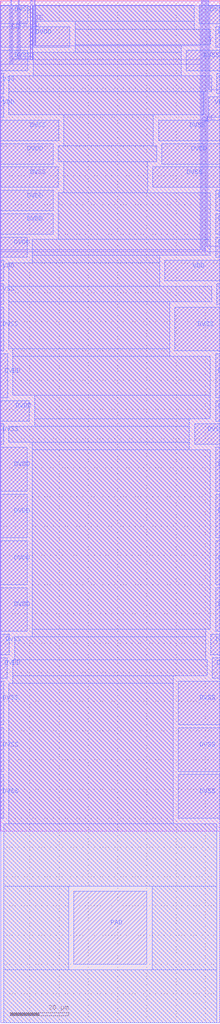
<source format=lef>
VERSION 5.7 ;
  NOWIREEXTENSIONATPIN ON ;
  DIVIDERCHAR "/" ;
  BUSBITCHARS "[]" ;
MACRO gf180mcu_fd_io__bi_24t
  CLASS PAD INOUT ;
  FOREIGN gf180mcu_fd_io__bi_24t ;
  ORIGIN 0.000 0.000 ;
  SIZE 75.000 BY 350.000 ;
  SYMMETRY X Y R90 ;
  SITE GF_IO_Site ;
  PIN A
    DIRECTION INPUT ;
    USE SIGNAL ;
    ANTENNAGATEAREA 4.200000 ;
    ANTENNADIFFAREA 1.000000 ;
    PORT
      LAYER Metal2 ;
        RECT 69.400 264.310 69.780 350.000 ;
    END
  END A
  PIN CS
    DIRECTION INPUT ;
    USE SIGNAL ;
    ANTENNAGATEAREA 3.150000 ;
    ANTENNADIFFAREA 1.000000 ;
    PORT
      LAYER Metal2 ;
        RECT 3.360 328.395 3.740 350.000 ;
    END
  END CS
  PIN DVDD
    DIRECTION INOUT ;
    USE POWER ;
    PORT
      LAYER Metal3 ;
        RECT 72.435 118.000 75.000 125.000 ;
    END
    PORT
      LAYER Metal3 ;
        RECT 73.590 182.000 75.000 197.000 ;
    END
    PORT
      LAYER Metal3 ;
        RECT 73.590 166.000 75.000 181.000 ;
    END
    PORT
      LAYER Metal3 ;
        RECT 73.590 150.000 75.000 165.000 ;
    END
    PORT
      LAYER Metal3 ;
        RECT 73.590 134.000 75.000 149.000 ;
    END
    PORT
      LAYER Metal3 ;
        RECT 73.590 214.000 75.000 229.000 ;
    END
    PORT
      LAYER Metal3 ;
        RECT 73.590 206.000 75.000 213.000 ;
    END
    PORT
      LAYER Metal3 ;
        RECT 73.590 278.000 75.000 285.000 ;
    END
    PORT
      LAYER Metal3 ;
        RECT 73.590 270.000 75.000 277.000 ;
    END
    PORT
      LAYER Metal3 ;
        RECT 73.590 262.000 75.000 269.000 ;
    END
    PORT
      LAYER Metal3 ;
        RECT 55.175 294.000 75.000 301.000 ;
    END
    PORT
      LAYER Metal3 ;
        RECT 73.590 334.000 75.000 341.000 ;
    END
    PORT
      LAYER Metal3 ;
        RECT 0.000 334.000 23.680 341.000 ;
    END
    PORT
      LAYER Metal3 ;
        RECT 0.000 294.000 17.930 301.000 ;
    END
    PORT
      LAYER Metal3 ;
        RECT 0.000 262.000 9.070 269.000 ;
    END
    PORT
      LAYER Metal3 ;
        RECT 0.000 270.000 17.930 277.000 ;
    END
    PORT
      LAYER Metal3 ;
        RECT 0.000 278.000 17.930 285.000 ;
    END
    PORT
      LAYER Metal3 ;
        RECT 0.000 206.000 9.815 213.000 ;
    END
    PORT
      LAYER Metal3 ;
        RECT 0.000 214.000 2.320 229.000 ;
    END
    PORT
      LAYER Metal3 ;
        RECT 0.000 134.000 9.040 149.000 ;
    END
    PORT
      LAYER Metal3 ;
        RECT 0.000 150.000 9.040 165.000 ;
    END
    PORT
      LAYER Metal3 ;
        RECT 0.000 166.000 9.040 181.000 ;
    END
    PORT
      LAYER Metal3 ;
        RECT 0.000 182.000 9.040 197.000 ;
    END
    PORT
      LAYER Metal3 ;
        RECT 0.000 118.000 2.310 125.000 ;
    END
  END DVDD
  PIN DVSS
    DIRECTION INOUT ;
    USE GROUND ;
    PORT
      LAYER Metal3 ;
        RECT 60.835 102.000 75.000 117.000 ;
    END
    PORT
      LAYER Metal3 ;
        RECT 60.835 86.000 75.000 101.000 ;
    END
    PORT
      LAYER Metal3 ;
        RECT 60.835 70.000 75.000 85.000 ;
    END
    PORT
      LAYER Metal3 ;
        RECT 71.955 126.000 75.000 133.000 ;
    END
    PORT
      LAYER Metal3 ;
        RECT 66.365 198.000 75.000 205.000 ;
    END
    PORT
      LAYER Metal3 ;
        RECT 59.650 230.000 75.000 245.000 ;
    END
    PORT
      LAYER Metal3 ;
        RECT 52.120 286.000 75.000 293.000 ;
    END
    PORT
      LAYER Metal3 ;
        RECT 54.080 302.000 75.000 309.000 ;
    END
    PORT
      LAYER Metal3 ;
        RECT 63.560 326.000 75.000 333.000 ;
    END
    PORT
      LAYER Metal3 ;
        RECT 68.000 342.000 75.000 348.390 ;
    END
    PORT
      LAYER Metal3 ;
        RECT 0.000 342.000 9.320 348.390 ;
    END
    PORT
      LAYER Metal3 ;
        RECT 0.000 326.000 9.320 333.000 ;
    END
    PORT
      LAYER Metal3 ;
        RECT 0.000 302.000 19.780 309.000 ;
    END
    PORT
      LAYER Metal3 ;
        RECT 0.000 286.000 19.735 293.000 ;
    END
    PORT
      LAYER Metal3 ;
        RECT 0.000 230.000 1.000 245.000 ;
    END
    PORT
      LAYER Metal3 ;
        RECT 0.000 198.000 1.000 205.000 ;
    END
    PORT
      LAYER Metal3 ;
        RECT 0.000 126.000 2.985 133.000 ;
    END
    PORT
      LAYER Metal3 ;
        RECT 0.000 70.000 1.000 85.000 ;
    END
    PORT
      LAYER Metal3 ;
        RECT 0.000 86.000 1.000 101.000 ;
    END
    PORT
      LAYER Metal3 ;
        RECT 0.000 102.000 1.000 117.000 ;
    END
  END DVSS
  PIN IE
    DIRECTION INPUT ;
    USE SIGNAL ;
    ANTENNAGATEAREA 3.150000 ;
    ANTENNADIFFAREA 1.000000 ;
    PORT
      LAYER Metal2 ;
        RECT 11.385 334.770 11.765 350.000 ;
    END
  END IE
  PIN OE
    DIRECTION INPUT ;
    USE SIGNAL ;
    ANTENNAGATEAREA 16.799999 ;
    ANTENNADIFFAREA 7.776000 ;
    PORT
      LAYER Metal2 ;
        RECT 70.130 266.190 70.510 350.000 ;
    END
  END OE
  PIN PAD
    DIRECTION INOUT ;
    USE SIGNAL ;
    ANTENNADIFFAREA 335.279999 ;
    PORT
      LAYER Metal3 ;
        RECT 25.000 20.000 50.000 45.000 ;
    END
  END PAD
  PIN PD
    DIRECTION INPUT ;
    USE SIGNAL ;
    ANTENNAGATEAREA 10.500000 ;
    ANTENNADIFFAREA 1.000000 ;
    PORT
      LAYER Metal2 ;
        RECT 10.330 329.950 10.710 350.000 ;
    END
  END PD
  PIN PU
    DIRECTION INPUT ;
    USE SIGNAL ;
    ANTENNAGATEAREA 7.350000 ;
    ANTENNADIFFAREA 2.980000 ;
    PORT
      LAYER Metal2 ;
        RECT 5.965 330.270 6.345 350.000 ;
    END
  END PU
  PIN SL
    DIRECTION INPUT ;
    USE SIGNAL ;
    ANTENNAGATEAREA 3.150000 ;
    ANTENNADIFFAREA 1.000000 ;
    PORT
      LAYER Metal2 ;
        RECT 68.670 264.990 69.050 350.000 ;
    END
  END SL
  PIN VDD
    DIRECTION INOUT ;
    USE POWER ;
    PORT
      LAYER Metal3 ;
        RECT 56.170 254.000 75.000 261.000 ;
    END
    PORT
      LAYER Metal3 ;
        RECT 71.290 310.000 75.000 317.000 ;
    END
    PORT
      LAYER Metal3 ;
        RECT 0.000 310.000 1.000 317.000 ;
    END
    PORT
      LAYER Metal3 ;
        RECT 0.000 254.000 1.000 261.000 ;
    END
  END VDD
  PIN VSS
    DIRECTION INOUT ;
    USE GROUND ;
    PORT
      LAYER Metal3 ;
        RECT 74.000 246.000 75.000 253.000 ;
    END
    PORT
      LAYER Metal3 ;
        RECT 74.000 318.000 75.000 325.000 ;
    END
    PORT
      LAYER Metal3 ;
        RECT 0.000 318.000 1.000 325.000 ;
    END
    PORT
      LAYER Metal3 ;
        RECT 0.000 246.000 1.000 253.000 ;
    END
  END VSS
  PIN Y
    DIRECTION OUTPUT ;
    USE SIGNAL ;
    ANTENNADIFFAREA 7.800000 ;
    PORT
      LAYER Metal2 ;
        RECT 70.860 319.750 71.240 350.000 ;
    END
  END Y
  OBS
      LAYER Metal1 ;
        RECT -0.160 65.540 75.160 349.785 ;
      LAYER Metal2 ;
        RECT 0.000 328.095 3.060 348.225 ;
        RECT 4.040 329.970 5.665 348.225 ;
        RECT 6.645 329.970 10.030 348.225 ;
        RECT 4.040 329.650 10.030 329.970 ;
        RECT 11.010 334.470 11.085 348.225 ;
        RECT 12.065 334.470 68.370 348.225 ;
        RECT 11.010 329.650 68.370 334.470 ;
        RECT 4.040 328.095 68.370 329.650 ;
        RECT 0.000 264.690 68.370 328.095 ;
        RECT 71.540 319.450 75.000 348.225 ;
        RECT 70.810 265.890 75.000 319.450 ;
        RECT 0.000 264.010 69.100 264.690 ;
        RECT 70.080 264.010 75.000 265.890 ;
        RECT 0.000 0.000 75.000 264.010 ;
      LAYER Metal3 ;
        RECT 11.120 342.800 66.200 348.390 ;
        RECT 25.480 340.200 66.200 342.800 ;
        RECT 25.480 334.800 71.790 340.200 ;
        RECT 25.480 332.200 61.760 334.800 ;
        RECT 11.120 324.200 61.760 332.200 ;
        RECT 2.800 318.800 72.200 324.200 ;
        RECT 2.800 310.800 69.490 318.800 ;
        RECT 21.580 300.200 52.280 310.800 ;
        RECT 19.730 294.800 53.375 300.200 ;
        RECT 21.535 284.200 50.320 294.800 ;
        RECT 19.730 268.200 71.790 284.200 ;
        RECT 10.870 262.800 71.790 268.200 ;
        RECT 10.870 260.200 54.370 262.800 ;
        RECT 2.800 252.200 54.370 260.200 ;
        RECT 2.800 246.800 72.200 252.200 ;
        RECT 2.800 230.800 57.850 246.800 ;
        RECT 4.120 228.200 57.850 230.800 ;
        RECT 4.120 214.800 71.790 228.200 ;
        RECT 11.615 206.800 71.790 214.800 ;
        RECT 11.615 204.200 64.565 206.800 ;
        RECT 2.800 198.800 64.565 204.200 ;
        RECT 10.840 196.200 64.565 198.800 ;
        RECT 10.840 134.800 71.790 196.200 ;
        RECT 10.840 132.200 70.155 134.800 ;
        RECT 4.785 124.200 70.155 132.200 ;
        RECT 4.110 118.800 70.635 124.200 ;
        RECT 4.110 116.200 59.035 118.800 ;
        RECT 2.800 68.200 59.035 116.200 ;
        RECT 1.000 46.800 74.000 68.200 ;
        RECT 1.000 18.200 23.200 46.800 ;
        RECT 51.800 18.200 74.000 46.800 ;
        RECT 1.000 0.000 74.000 18.200 ;
  END
END gf180mcu_fd_io__bi_24t
END LIBRARY


</source>
